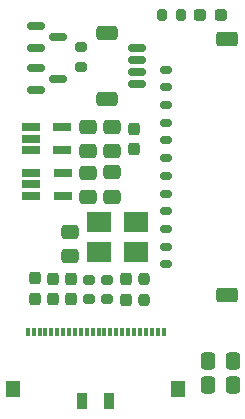
<source format=gbr>
%TF.GenerationSoftware,KiCad,Pcbnew,8.0.1*%
%TF.CreationDate,2024-05-26T15:31:06-06:00*%
%TF.ProjectId,camera_v2,63616d65-7261-45f7-9632-2e6b69636164,rev?*%
%TF.SameCoordinates,Original*%
%TF.FileFunction,Paste,Top*%
%TF.FilePolarity,Positive*%
%FSLAX46Y46*%
G04 Gerber Fmt 4.6, Leading zero omitted, Abs format (unit mm)*
G04 Created by KiCad (PCBNEW 8.0.1) date 2024-05-26 15:31:06*
%MOMM*%
%LPD*%
G01*
G04 APERTURE LIST*
G04 Aperture macros list*
%AMRoundRect*
0 Rectangle with rounded corners*
0 $1 Rounding radius*
0 $2 $3 $4 $5 $6 $7 $8 $9 X,Y pos of 4 corners*
0 Add a 4 corners polygon primitive as box body*
4,1,4,$2,$3,$4,$5,$6,$7,$8,$9,$2,$3,0*
0 Add four circle primitives for the rounded corners*
1,1,$1+$1,$2,$3*
1,1,$1+$1,$4,$5*
1,1,$1+$1,$6,$7*
1,1,$1+$1,$8,$9*
0 Add four rect primitives between the rounded corners*
20,1,$1+$1,$2,$3,$4,$5,0*
20,1,$1+$1,$4,$5,$6,$7,0*
20,1,$1+$1,$6,$7,$8,$9,0*
20,1,$1+$1,$8,$9,$2,$3,0*%
G04 Aperture macros list end*
%ADD10RoundRect,0.250000X-0.475000X0.337500X-0.475000X-0.337500X0.475000X-0.337500X0.475000X0.337500X0*%
%ADD11R,2.100000X1.800000*%
%ADD12RoundRect,0.237500X-0.237500X0.300000X-0.237500X-0.300000X0.237500X-0.300000X0.237500X0.300000X0*%
%ADD13RoundRect,0.250000X0.475000X-0.337500X0.475000X0.337500X-0.475000X0.337500X-0.475000X-0.337500X0*%
%ADD14RoundRect,0.237500X0.237500X-0.300000X0.237500X0.300000X-0.237500X0.300000X-0.237500X-0.300000X0*%
%ADD15RoundRect,0.250000X-0.337500X-0.475000X0.337500X-0.475000X0.337500X0.475000X-0.337500X0.475000X0*%
%ADD16RoundRect,0.150000X0.350000X-0.150000X0.350000X0.150000X-0.350000X0.150000X-0.350000X-0.150000X0*%
%ADD17RoundRect,0.250000X0.650000X-0.375000X0.650000X0.375000X-0.650000X0.375000X-0.650000X-0.375000X0*%
%ADD18RoundRect,0.200000X0.275000X-0.200000X0.275000X0.200000X-0.275000X0.200000X-0.275000X-0.200000X0*%
%ADD19R,1.560000X0.650000*%
%ADD20RoundRect,0.237500X-0.237500X0.250000X-0.237500X-0.250000X0.237500X-0.250000X0.237500X0.250000X0*%
%ADD21RoundRect,0.200000X-0.275000X0.200000X-0.275000X-0.200000X0.275000X-0.200000X0.275000X0.200000X0*%
%ADD22RoundRect,0.237500X0.287500X0.237500X-0.287500X0.237500X-0.287500X-0.237500X0.287500X-0.237500X0*%
%ADD23R,0.300000X0.800000*%
%ADD24R,1.220000X1.400000*%
%ADD25R,0.850000X1.400000*%
%ADD26RoundRect,0.150000X-0.587500X-0.150000X0.587500X-0.150000X0.587500X0.150000X-0.587500X0.150000X0*%
%ADD27RoundRect,0.150000X0.625000X-0.150000X0.625000X0.150000X-0.625000X0.150000X-0.625000X-0.150000X0*%
%ADD28RoundRect,0.250000X0.650000X-0.350000X0.650000X0.350000X-0.650000X0.350000X-0.650000X-0.350000X0*%
%ADD29RoundRect,0.200000X-0.200000X-0.275000X0.200000X-0.275000X0.200000X0.275000X-0.200000X0.275000X0*%
G04 APERTURE END LIST*
D10*
%TO.C,C2*%
X154950000Y-118522500D03*
X154950000Y-120597500D03*
%TD*%
D11*
%TO.C,OSC1*%
X158960000Y-126600000D03*
X155860000Y-126600000D03*
X155860000Y-129100000D03*
X158960000Y-129100000D03*
%TD*%
D12*
%TO.C,C1*%
X158790000Y-118660000D03*
X158790000Y-120385000D03*
%TD*%
D13*
%TO.C,C6*%
X153400000Y-129487500D03*
X153400000Y-127412500D03*
%TD*%
D14*
%TO.C,C12*%
X150410000Y-133070000D03*
X150410000Y-131345000D03*
%TD*%
D15*
%TO.C,C4*%
X165095000Y-140390000D03*
X167170000Y-140390000D03*
%TD*%
D16*
%TO.C,J7*%
X161510000Y-130165000D03*
X161510000Y-128665000D03*
X161510000Y-127165000D03*
X161510000Y-125665000D03*
X161510000Y-124165000D03*
X161510000Y-122665000D03*
X161510000Y-121165000D03*
X161510000Y-119665000D03*
X161510000Y-118165000D03*
X161510000Y-116665000D03*
X161510000Y-115165000D03*
X161510000Y-113665000D03*
D17*
X166700000Y-132770000D03*
X166700000Y-111060000D03*
%TD*%
D18*
%TO.C,R7*%
X155000000Y-133100000D03*
X155000000Y-131450000D03*
%TD*%
D19*
%TO.C,U3*%
X150100000Y-122427500D03*
X150100000Y-123377500D03*
X150100000Y-124327500D03*
X152800000Y-124327500D03*
X152800000Y-122427500D03*
%TD*%
D14*
%TO.C,C9*%
X151950000Y-133125000D03*
X151950000Y-131400000D03*
%TD*%
D19*
%TO.C,U2*%
X150070000Y-118562500D03*
X150070000Y-119512500D03*
X150070000Y-120462500D03*
X152770000Y-120462500D03*
X152770000Y-118562500D03*
%TD*%
D20*
%TO.C,FB1*%
X159650000Y-131355000D03*
X159650000Y-133180000D03*
%TD*%
D14*
%TO.C,C11*%
X158110000Y-133130000D03*
X158110000Y-131405000D03*
%TD*%
D10*
%TO.C,C3*%
X157000000Y-118515000D03*
X157000000Y-120590000D03*
%TD*%
%TO.C,C7*%
X157000000Y-122370000D03*
X157000000Y-124445000D03*
%TD*%
D21*
%TO.C,R1*%
X154300000Y-111755000D03*
X154300000Y-113405000D03*
%TD*%
D14*
%TO.C,C10*%
X153475000Y-133125000D03*
X153475000Y-131400000D03*
%TD*%
D22*
%TO.C,D1*%
X166150000Y-109060000D03*
X164400000Y-109060000D03*
%TD*%
D23*
%TO.C,X1*%
X149825000Y-135840000D03*
X150325000Y-135840000D03*
X150825000Y-135840000D03*
X151325000Y-135840000D03*
X151825000Y-135840000D03*
X152325000Y-135840000D03*
X152825000Y-135840000D03*
X153325000Y-135840000D03*
X153825000Y-135840000D03*
X154325000Y-135840000D03*
X154825000Y-135840000D03*
X155325000Y-135840000D03*
X155825000Y-135840000D03*
X156325000Y-135840000D03*
X156825000Y-135840000D03*
X157325000Y-135840000D03*
X157825000Y-135840000D03*
X158325000Y-135840000D03*
X158825000Y-135840000D03*
X159325000Y-135840000D03*
X159825000Y-135840000D03*
X160325000Y-135840000D03*
X160825000Y-135840000D03*
X161325000Y-135840000D03*
D24*
X148585000Y-140690000D03*
D25*
X154400000Y-141700000D03*
X156750000Y-141700000D03*
D24*
X162565000Y-140690000D03*
%TD*%
D10*
%TO.C,C8*%
X154950000Y-122380000D03*
X154950000Y-124455000D03*
%TD*%
D26*
%TO.C,Q1*%
X150530000Y-109960000D03*
X150530000Y-111860000D03*
X152405000Y-110910000D03*
%TD*%
%TO.C,Q2*%
X150530000Y-113500000D03*
X150530000Y-115400000D03*
X152405000Y-114450000D03*
%TD*%
D27*
%TO.C,J8*%
X159050000Y-114857500D03*
X159050000Y-113857500D03*
X159050000Y-112857500D03*
X159050000Y-111857500D03*
D28*
X156525000Y-116157500D03*
X156525000Y-110557500D03*
%TD*%
D29*
%TO.C,R5*%
X161170000Y-109050000D03*
X162820000Y-109050000D03*
%TD*%
D21*
%TO.C,R6*%
X156550000Y-131475000D03*
X156550000Y-133125000D03*
%TD*%
D15*
%TO.C,C5*%
X165095000Y-138340000D03*
X167170000Y-138340000D03*
%TD*%
M02*

</source>
